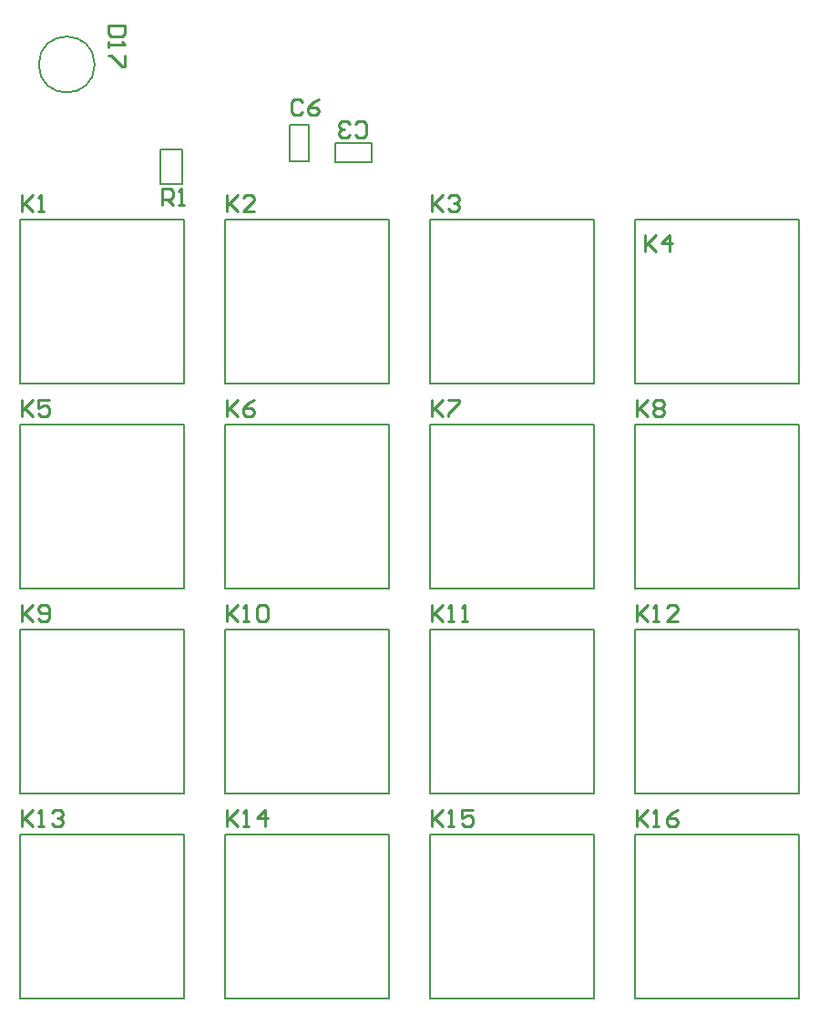
<source format=gbr>
G04*
G04 #@! TF.GenerationSoftware,Altium Limited,Altium Designer,22.4.2 (48)*
G04*
G04 Layer_Color=65535*
%FSLAX25Y25*%
%MOIN*%
G70*
G04*
G04 #@! TF.SameCoordinates,D4448EEE-889B-48FB-A541-E9576EB43F8F*
G04*
G04*
G04 #@! TF.FilePolarity,Positive*
G04*
G01*
G75*
%ADD10C,0.00787*%
%ADD11C,0.00500*%
%ADD12C,0.01000*%
D10*
X255118Y382165D02*
G03*
X234646Y382165I-10236J0D01*
G01*
D02*
G03*
X255118Y382165I10236J0D01*
G01*
X279134Y338386D02*
Y350984D01*
X287008D01*
Y338386D02*
Y350984D01*
X279134Y338386D02*
X287008D01*
X326505Y346780D02*
Y360166D01*
X333591D01*
Y346780D02*
Y360166D01*
X326505Y346780D02*
X333591D01*
X343110Y353543D02*
X356496D01*
Y346457D02*
Y353543D01*
X343110Y346457D02*
X356496D01*
X343110D02*
Y353543D01*
D11*
X287874Y265276D02*
Y325276D01*
X227874D02*
X287874D01*
X227874Y265276D02*
Y325276D01*
Y265276D02*
X287874D01*
X302874D02*
X362874D01*
X302874D02*
Y325276D01*
X362874D01*
Y265276D02*
Y325276D01*
X437874Y265276D02*
Y325276D01*
X377874D02*
X437874D01*
X377874Y265276D02*
Y325276D01*
Y265276D02*
X437874D01*
X452874D02*
X512874D01*
X452874D02*
Y325276D01*
X512874D01*
Y265276D02*
Y325276D01*
X287874Y190276D02*
Y250276D01*
X227874D02*
X287874D01*
X227874Y190276D02*
Y250276D01*
Y190276D02*
X287874D01*
X302874D02*
X362874D01*
X302874D02*
Y250276D01*
X362874D01*
Y190276D02*
Y250276D01*
X437874Y190276D02*
Y250276D01*
X377874D02*
X437874D01*
X377874Y190276D02*
Y250276D01*
Y190276D02*
X437874D01*
X452874D02*
X512874D01*
X452874D02*
Y250276D01*
X512874D01*
Y190276D02*
Y250276D01*
X287874Y115276D02*
Y175276D01*
X227874D02*
X287874D01*
X227874Y115276D02*
Y175276D01*
Y115276D02*
X287874D01*
X302874D02*
X362874D01*
X302874D02*
Y175276D01*
X362874D01*
Y115276D02*
Y175276D01*
X437874Y115276D02*
Y175276D01*
X377874D02*
X437874D01*
X377874Y115276D02*
Y175276D01*
Y115276D02*
X437874D01*
X452874D02*
X512874D01*
X452874D02*
Y175276D01*
X512874D01*
Y115276D02*
Y175276D01*
X287874Y40276D02*
Y100276D01*
X227874D02*
X287874D01*
X227874Y40276D02*
Y100276D01*
Y40276D02*
X287874D01*
X302874D02*
X362874D01*
X302874D02*
Y100276D01*
X362874D01*
Y40276D02*
Y100276D01*
X437874Y40276D02*
Y100276D01*
X377874D02*
X437874D01*
X377874Y40276D02*
Y100276D01*
Y40276D02*
X437874D01*
X452874D02*
X512874D01*
X452874D02*
Y100276D01*
X512874D01*
Y40276D02*
Y100276D01*
D12*
X265991Y396474D02*
X259993D01*
Y393475D01*
X260993Y392475D01*
X264991D01*
X265991Y393475D01*
Y396474D01*
X259993Y390476D02*
Y388476D01*
Y389476D01*
X265991D01*
X264991Y390476D01*
X265991Y385477D02*
Y381479D01*
X264991D01*
X260993Y385477D01*
X259993D01*
X279860Y330859D02*
Y336857D01*
X282859D01*
X283858Y335858D01*
Y333858D01*
X282859Y332859D01*
X279860D01*
X281859D02*
X283858Y330859D01*
X285858D02*
X287857D01*
X286857D01*
Y336857D01*
X285858Y335858D01*
X453600Y109498D02*
Y103500D01*
Y105499D01*
X457599Y109498D01*
X454600Y106499D01*
X457599Y103500D01*
X459598D02*
X461597D01*
X460598D01*
Y109498D01*
X459598Y108498D01*
X468595Y109498D02*
X466596Y108498D01*
X464596Y106499D01*
Y104500D01*
X465596Y103500D01*
X467595D01*
X468595Y104500D01*
Y105499D01*
X467595Y106499D01*
X464596D01*
X378600Y109498D02*
Y103500D01*
Y105499D01*
X382599Y109498D01*
X379600Y106499D01*
X382599Y103500D01*
X384598D02*
X386597D01*
X385598D01*
Y109498D01*
X384598Y108498D01*
X393595Y109498D02*
X389596D01*
Y106499D01*
X391596Y107499D01*
X392596D01*
X393595Y106499D01*
Y104500D01*
X392596Y103500D01*
X390596D01*
X389596Y104500D01*
X303600Y109498D02*
Y103500D01*
Y105499D01*
X307599Y109498D01*
X304600Y106499D01*
X307599Y103500D01*
X309598D02*
X311597D01*
X310598D01*
Y109498D01*
X309598Y108498D01*
X317596Y103500D02*
Y109498D01*
X314596Y106499D01*
X318595D01*
X228600Y109498D02*
Y103500D01*
Y105499D01*
X232599Y109498D01*
X229600Y106499D01*
X232599Y103500D01*
X234598D02*
X236597D01*
X235598D01*
Y109498D01*
X234598Y108498D01*
X239596D02*
X240596Y109498D01*
X242596D01*
X243595Y108498D01*
Y107499D01*
X242596Y106499D01*
X241596D01*
X242596D01*
X243595Y105499D01*
Y104500D01*
X242596Y103500D01*
X240596D01*
X239596Y104500D01*
X453600Y184498D02*
Y178500D01*
Y180499D01*
X457599Y184498D01*
X454600Y181499D01*
X457599Y178500D01*
X459598D02*
X461597D01*
X460598D01*
Y184498D01*
X459598Y183498D01*
X468595Y178500D02*
X464596D01*
X468595Y182499D01*
Y183498D01*
X467595Y184498D01*
X465596D01*
X464596Y183498D01*
X378600Y184498D02*
Y178500D01*
Y180499D01*
X382599Y184498D01*
X379600Y181499D01*
X382599Y178500D01*
X384598D02*
X386597D01*
X385598D01*
Y184498D01*
X384598Y183498D01*
X389596Y178500D02*
X391596D01*
X390596D01*
Y184498D01*
X389596Y183498D01*
X303600Y184498D02*
Y178500D01*
Y180499D01*
X307599Y184498D01*
X304600Y181499D01*
X307599Y178500D01*
X309598D02*
X311597D01*
X310598D01*
Y184498D01*
X309598Y183498D01*
X314596D02*
X315596Y184498D01*
X317596D01*
X318595Y183498D01*
Y179500D01*
X317596Y178500D01*
X315596D01*
X314596Y179500D01*
Y183498D01*
X228600Y184498D02*
Y178500D01*
Y180499D01*
X232599Y184498D01*
X229600Y181499D01*
X232599Y178500D01*
X234598Y179500D02*
X235598Y178500D01*
X237597D01*
X238597Y179500D01*
Y183498D01*
X237597Y184498D01*
X235598D01*
X234598Y183498D01*
Y182499D01*
X235598Y181499D01*
X238597D01*
X453600Y259498D02*
Y253500D01*
Y255499D01*
X457599Y259498D01*
X454600Y256499D01*
X457599Y253500D01*
X459598Y258498D02*
X460598Y259498D01*
X462597D01*
X463597Y258498D01*
Y257499D01*
X462597Y256499D01*
X463597Y255499D01*
Y254500D01*
X462597Y253500D01*
X460598D01*
X459598Y254500D01*
Y255499D01*
X460598Y256499D01*
X459598Y257499D01*
Y258498D01*
X460598Y256499D02*
X462597D01*
X378600Y259498D02*
Y253500D01*
Y255499D01*
X382599Y259498D01*
X379600Y256499D01*
X382599Y253500D01*
X384598Y259498D02*
X388597D01*
Y258498D01*
X384598Y254500D01*
Y253500D01*
X303600Y259498D02*
Y253500D01*
Y255499D01*
X307599Y259498D01*
X304600Y256499D01*
X307599Y253500D01*
X313597Y259498D02*
X311597Y258498D01*
X309598Y256499D01*
Y254500D01*
X310598Y253500D01*
X312597D01*
X313597Y254500D01*
Y255499D01*
X312597Y256499D01*
X309598D01*
X228600Y259498D02*
Y253500D01*
Y255499D01*
X232599Y259498D01*
X229600Y256499D01*
X232599Y253500D01*
X238597Y259498D02*
X234598D01*
Y256499D01*
X236597Y257499D01*
X237597D01*
X238597Y256499D01*
Y254500D01*
X237597Y253500D01*
X235598D01*
X234598Y254500D01*
X456419Y319928D02*
Y313930D01*
Y315929D01*
X460418Y319928D01*
X457419Y316929D01*
X460418Y313930D01*
X465416D02*
Y319928D01*
X462417Y316929D01*
X466416D01*
X378600Y334498D02*
Y328500D01*
Y330499D01*
X382599Y334498D01*
X379600Y331499D01*
X382599Y328500D01*
X384598Y333498D02*
X385598Y334498D01*
X387597D01*
X388597Y333498D01*
Y332499D01*
X387597Y331499D01*
X386597D01*
X387597D01*
X388597Y330499D01*
Y329500D01*
X387597Y328500D01*
X385598D01*
X384598Y329500D01*
X303600Y334498D02*
Y328500D01*
Y330499D01*
X307599Y334498D01*
X304600Y331499D01*
X307599Y328500D01*
X313597D02*
X309598D01*
X313597Y332499D01*
Y333498D01*
X312597Y334498D01*
X310598D01*
X309598Y333498D01*
X228600Y334498D02*
Y328500D01*
Y330499D01*
X232599Y334498D01*
X229600Y331499D01*
X232599Y328500D01*
X234598D02*
X236597D01*
X235598D01*
Y334498D01*
X234598Y333498D01*
X331099Y368598D02*
X330099Y369598D01*
X328100D01*
X327100Y368598D01*
Y364600D01*
X328100Y363600D01*
X330099D01*
X331099Y364600D01*
X337097Y369598D02*
X335097Y368598D01*
X333098Y366599D01*
Y364600D01*
X334098Y363600D01*
X336097D01*
X337097Y364600D01*
Y365599D01*
X336097Y366599D01*
X333098D01*
X350606Y356268D02*
X351606Y355269D01*
X353605D01*
X354605Y356268D01*
Y360267D01*
X353605Y361267D01*
X351606D01*
X350606Y360267D01*
X348607Y356268D02*
X347607Y355269D01*
X345608D01*
X344608Y356268D01*
Y357268D01*
X345608Y358268D01*
X346607D01*
X345608D01*
X344608Y359267D01*
Y360267D01*
X345608Y361267D01*
X347607D01*
X348607Y360267D01*
M02*

</source>
